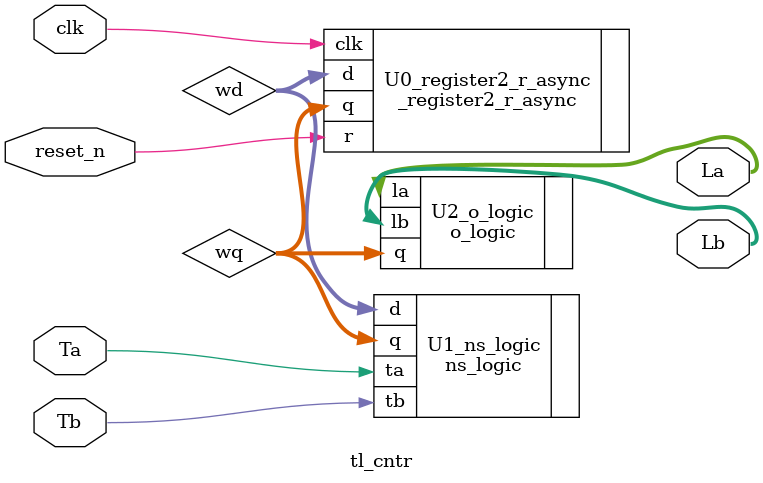
<source format=v>
module tl_cntr(clk, reset_n, Ta, Tb, La, Lb); // top module
	input clk, reset_n, Ta, Tb; // sensor
	output [1:0] La, Lb; // light
	wire [1:0] wd,wq;
	
	_register2_r_async U0_register2_r_async(.clk(clk),.r(reset_n),.d(wd),.q(wq));
	ns_logic U1_ns_logic(.q(wq),.ta(Ta),.tb(Tb),.d(wd));
	o_logic U2_o_logic(.la(La),.lb(Lb),.q(wq));
	
endmodule
</source>
